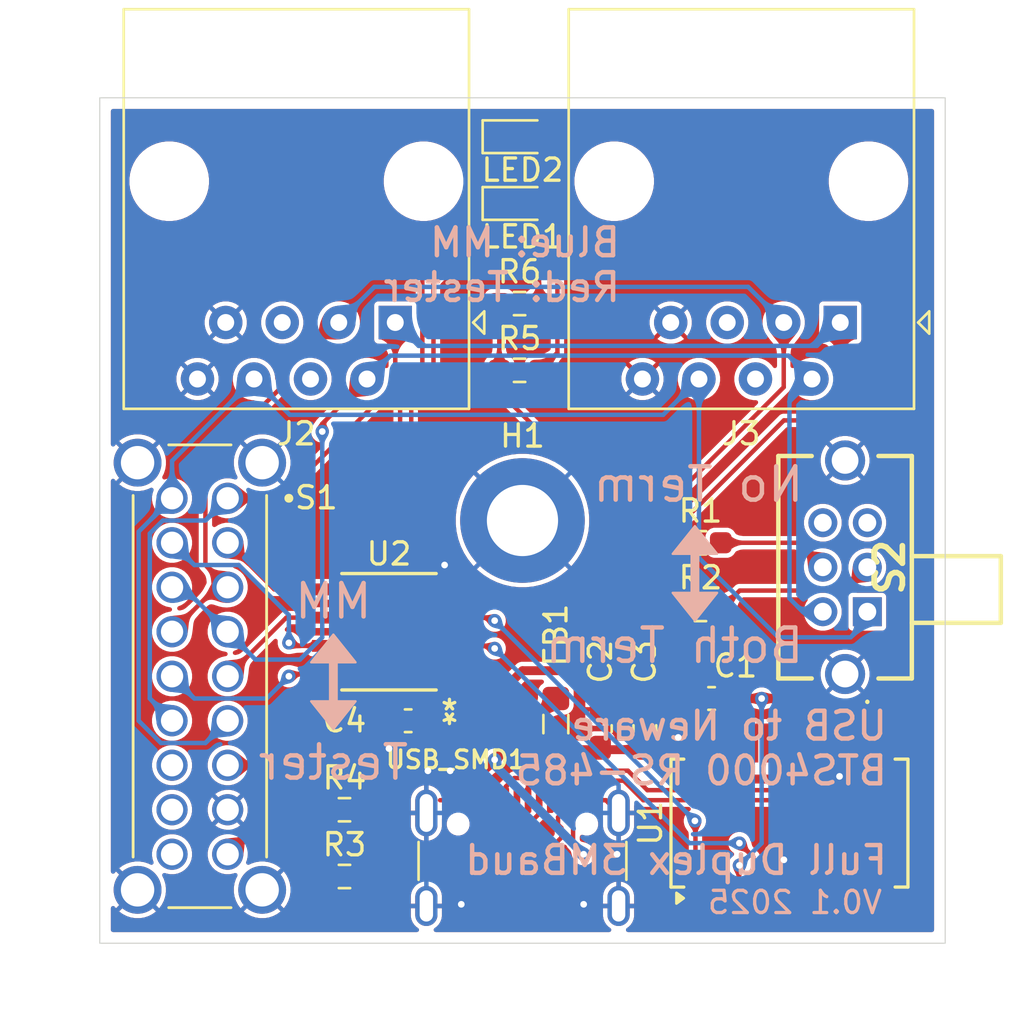
<source format=kicad_pcb>
(kicad_pcb (version 20241229) (generator "pcbnew") (generator_version "9.0")
  (layers (0 "F.Cu" signal) (2 "B.Cu" signal) (13 "F.Paste" user) (15 "B.Paste" user) (5 "F.SilkS" user "F.Silkscreen") (7 "B.SilkS" user "B.Silkscreen") (1 "F.Mask" user) (3 "B.Mask" user) (25 "Edge.Cuts" user))
  (net 0 "")
  (net 1 "5V")
  (net 21 "/VBUS")
  (net 22 "3.3V")
  (net 24 "/CC2")
  (net 25 "/CC1")
  (net 26 "GND")
  (net 27 "Net-(S2-COM_2)")
  (net 28 "Net-(S2-COM_1)")
  (net 29 "/TR_A")
  (net 30 "/TR_Y")
  (net 31 "/TR_Z")
  (net 32 "/TR_B")
  (net 33 "/DI")
  (net 34 "/RO")
  (net 37 "Net-(LED1-A)")
  (net 38 "Net-(LED2-A)")
  (net 39 "/RS485_T+")
  (net 40 "/RS485_R-")
  (net 41 "/RS485_R+")
  (net 42 "/RS485_T-")
  (net 43 "/USB_D+")
  (net 44 "/USB_D-")
  (net 45 "/RED_LED")
  (net 46 "/BLUE_LED")
  (footprint "Connector_RJ:RJ45_Amphenol_54602-x08_Horizontal" (layer "F.Cu") (at 171.2825 70.1 180)
    (property "Reference" "J3" (at 4.445 -5 0) (layer "F.SilkS"))
    (property "Value" "RJ45")
    (fp_line (start 12.205 -3.88) (end 12.205 14.08) (stroke (width 0.12)) (layer "F.SilkS"))
    (fp_line (start 12.205 -3.88) (end -3.315 -3.88) (stroke (width 0.12)) (layer "F.SilkS"))
    (fp_line (start -3.315 14.08) (end 12.205 14.08) (stroke (width 0.12)) (layer "F.SilkS"))
    (fp_line (start -3.315 -3.88) (end -3.315 14.08) (stroke (width 0.12)) (layer "F.SilkS"))
    (fp_line (start -3.5 0) (end -4 -0.5) (stroke (width 0.12)) (layer "F.SilkS"))
    (fp_line (start -4 0.5) (end -3.5 0) (stroke (width 0.12)) (layer "F.SilkS"))
    (fp_line (start -4 -0.5) (end -4 0.5) (stroke (width 0.12)) (layer "F.SilkS"))
    (pad "" np_thru_hole circle (at -1.27 6.35 180) (size 3.2 3.2) (drill 3.2) (layers "*.Cu" "*.Mask"))
    (pad "" np_thru_hole circle (at 10.16 6.35 180) (size 3.2 3.2) (drill 3.2) (layers "*.Cu" "*.Mask"))
    (pad "1" thru_hole rect (at 0 0 180) (size 1.5 1.5) (drill 0.76) (layers "*.Cu" "*.Mask") (net 39 "/RS485_T+"))
    (pad "2" thru_hole circle (at 1.27 -2.54 180) (size 1.5 1.5) (drill 0.76) (layers "*.Cu" "*.Mask") (net 42 "/RS485_T-"))
    (pad "3" thru_hole circle (at 2.54 0 180) (size 1.5 1.5) (drill 0.76) (layers "*.Cu" "*.Mask") (net 41 "/RS485_R+"))
    (pad "4" thru_hole circle (at 3.81 -2.54 180) (size 1.5 1.5) (drill 0.76) (layers "*.Cu" "*.Mask"))
    (pad "5" thru_hole circle (at 5.08 0 180) (size 1.5 1.5) (drill 0.76) (layers "*.Cu" "*.Mask"))
    (pad "6" thru_hole circle (at 6.35 -2.54 180) (size 1.5 1.5) (drill 0.76) (layers "*.Cu" "*.Mask") (net 40 "/RS485_R-"))
    (pad "7" thru_hole circle (at 7.62 0 180) (size 1.5 1.5) (drill 0.76) (layers "*.Cu" "*.Mask") (net 26 "GND"))
    (pad "8" thru_hole circle (at 8.89 -2.54 180) (size 1.5 1.5) (drill 0.76) (layers "*.Cu" "*.Mask") (net 26 "GND"))
  )
  (footprint "Resistor_SMD:R_0603_1608Metric_Pad0.98x0.95mm_HandSolder" (layer "F.Cu") (at 149 95)
    (property "Reference" "R3" (at 0 -1.43 0) (layer "F.SilkS"))
    (property "Value" "5100")
    (fp_line (start -0.254724 -0.5225) (end 0.254724 -0.5225) (stroke (width 0.12)) (layer "F.SilkS"))
    (fp_line (start -0.254724 0.5225) (end 0.254724 0.5225) (stroke (width 0.12)) (layer "F.SilkS"))
    (pad "1" smd roundrect (at -0.9125 0) (size 0.975 0.95) (layers "F.Cu" "F.Mask" "F.Paste") (net 26 "GND"))
    (pad "2" smd roundrect (at 0.9125 0) (size 0.975 0.95) (layers "F.Cu" "F.Mask" "F.Paste") (net 24 "/CC2"))
  )
  (footprint "Resistor_SMD:R_0603_1608Metric_Pad0.98x0.95mm_HandSolder" (layer "F.Cu") (at 156.87 69.25)
    (property "Reference" "R6" (at 0 -1.43 0) (layer "F.SilkS"))
    (property "Value" "270")
    (fp_line (start -0.254724 -0.5225) (end 0.254724 -0.5225) (stroke (width 0.12)) (layer "F.SilkS"))
    (fp_line (start -0.254724 0.5225) (end 0.254724 0.5225) (stroke (width 0.12)) (layer "F.SilkS"))
    (pad "1" smd roundrect (at -0.9125 0) (size 0.975 0.95) (layers "F.Cu" "F.Mask" "F.Paste") (net 22 "3.3V"))
    (pad "2" smd roundrect (at 0.9125 0) (size 0.975 0.95) (layers "F.Cu" "F.Mask" "F.Paste") (net 37 "Net-(LED1-A)"))
  )
  (footprint "Resistor_SMD:R_0603_1608Metric_Pad0.98x0.95mm_HandSolder" (layer "F.Cu") (at 165 80)
    (property "Reference" "R1" (at 0 -1.43 0) (layer "F.SilkS"))
    (property "Value" "120")
    (fp_line (start -0.254724 -0.5225) (end 0.254724 -0.5225) (stroke (width 0.12)) (layer "F.SilkS"))
    (fp_line (start -0.254724 0.5225) (end 0.254724 0.5225) (stroke (width 0.12)) (layer "F.SilkS"))
    (pad "1" smd roundrect (at -0.9125 0) (size 0.975 0.95) (layers "F.Cu" "F.Mask" "F.Paste") (net 39 "/RS485_T+"))
    (pad "2" smd roundrect (at 0.9125 0) (size 0.975 0.95) (layers "F.Cu" "F.Mask" "F.Paste") (net 27 "Net-(S2-COM_2)"))
  )
  (footprint "SP3077EEN_L:SOIC8_3P99X4P98" (layer "F.Cu") (at 151 84 180)
    (property "Reference" "U2" (at 0 3.5 0) (layer "F.SilkS"))
    (property "Value" "SP3077EEN-L")
    (fp_line (start 2.1209 -2.6162) (end -2.1209 -2.6162) (stroke (width 0.1524)) (layer "F.SilkS"))
    (fp_line (start -2.1209 2.6162) (end 2.1209 2.6162) (stroke (width 0.1524)) (layer "F.SilkS"))
    (fp_text user "*" (at -2.7178 -3.5814 180) (layer "F.SilkS"))
    (fp_text user "*" (at -2.7178 -3.5814 180) (layer "F.SilkS"))
    (pad "1" smd rect (at -2.4638 -1.905 180) (size 1.9812 0.5334) (layers "F.Cu" "F.Mask" "F.Paste") (net 22 "3.3V"))
    (pad "2" smd rect (at -2.4638 -0.635 180) (size 1.9812 0.5334) (layers "F.Cu" "F.Mask" "F.Paste") (net 34 "/RO"))
    (pad "3" smd rect (at -2.4638 0.635 180) (size 1.9812 0.5334) (layers "F.Cu" "F.Mask" "F.Paste") (net 33 "/DI"))
    (pad "4" smd rect (at -2.4638 1.905 180) (size 1.9812 0.5334) (layers "F.Cu" "F.Mask" "F.Paste") (net 26 "GND"))
    (pad "5" smd rect (at 2.4638 1.905 180) (size 1.9812 0.5334) (layers "F.Cu" "F.Mask" "F.Paste") (net 30 "/TR_Y"))
    (pad "6" smd rect (at 2.4638 0.635 180) (size 1.9812 0.5334) (layers "F.Cu" "F.Mask" "F.Paste") (net 31 "/TR_Z"))
    (pad "7" smd rect (at 2.4638 -0.635 180) (size 1.9812 0.5334) (layers "F.Cu" "F.Mask" "F.Paste") (net 32 "/TR_B"))
    (pad "8" smd rect (at 2.4638 -1.905 180) (size 1.9812 0.5334) (layers "F.Cu" "F.Mask" "F.Paste") (net 29 "/TR_A"))
  )
  (footprint "LED_SMD:LED_0603_1608Metric_Pad1.05x0.95mm_HandSolder" (layer "F.Cu") (at 156.87 64.75)
    (property "Reference" "LED1" (at 0.13 1.5 0) (layer "F.SilkS"))
    (property "Value" "RED_LED")
    (fp_line (start -1.66 -0.735) (end -1.66 0.735) (stroke (width 0.12)) (layer "F.SilkS"))
    (fp_line (start -1.66 0.735) (end 0.8 0.735) (stroke (width 0.12)) (layer "F.SilkS"))
    (fp_line (start 0.8 -0.735) (end -1.66 -0.735) (stroke (width 0.12)) (layer "F.SilkS"))
    (pad "1" smd roundrect (at -0.875 0) (size 1.05 0.95) (layers "F.Cu" "F.Mask" "F.Paste") (net 45 "/RED_LED"))
    (pad "2" smd roundrect (at 0.875 0) (size 1.05 0.95) (layers "F.Cu" "F.Mask" "F.Paste") (net 37 "Net-(LED1-A)"))
  )
  (footprint "EG6201:SW_EG6201" (layer "F.Cu") (at 142.5 86 -90)
    (property "Reference" "S1" (at -8.025 -5.235 180) (layer "F.SilkS"))
    (property "Value" "EG6201")
    (fp_line (start 8.125 3) (end -8.125 3) (stroke (width 0.127)) (layer "F.SilkS"))
    (fp_line (start -10.4 -1.4) (end -10.4 1.4) (stroke (width 0.127)) (layer "F.SilkS"))
    (fp_line (start 10.4 -1.4) (end 10.4 1.4) (stroke (width 0.127)) (layer "F.SilkS"))
    (fp_line (start -8.125 -3) (end 8.125 -3) (stroke (width 0.127)) (layer "F.SilkS"))
    (fp_circle (center -8 -4) (end -7.9 -4) (stroke (width 0.2)) (fill no) (layer "F.SilkS"))
    (pad "1" thru_hole circle (at -8 -1.25 270) (size 1.4 1.4) (drill 1) (layers "*.Cu" "*.Mask") (net 39 "/RS485_T+"))
    (pad "2" thru_hole circle (at -6 -1.25 270) (size 1.4 1.4) (drill 1) (layers "*.Cu" "*.Mask") (net 30 "/TR_Y"))
    (pad "3" thru_hole circle (at -4 -1.25 270) (size 1.4 1.4) (drill 1) (layers "*.Cu" "*.Mask") (net 41 "/RS485_R+"))
    (pad "4" thru_hole circle (at -2 -1.25 270) (size 1.4 1.4) (drill 1) (layers "*.Cu" "*.Mask") (net 42 "/RS485_T-"))
    (pad "5" thru_hole circle (at 0 -1.25 270) (size 1.4 1.4) (drill 1) (layers "*.Cu" "*.Mask") (net 31 "/TR_Z"))
    (pad "6" thru_hole circle (at 2 -1.25 270) (size 1.4 1.4) (drill 1) (layers "*.Cu" "*.Mask") (net 40 "/RS485_R-"))
    (pad "7" thru_hole circle (at 4 -1.25 270) (size 1.4 1.4) (drill 1) (layers "*.Cu" "*.Mask") (net 46 "/BLUE_LED"))
    (pad "8" thru_hole circle (at 6 -1.25 270) (size 1.4 1.4) (drill 1) (layers "*.Cu" "*.Mask") (net 26 "GND"))
    (pad "9" thru_hole circle (at 8 -1.25 270) (size 1.4 1.4) (drill 1) (layers "*.Cu" "*.Mask") (net 45 "/RED_LED"))
    (pad "10" thru_hole circle (at -8 1.25 270) (size 1.4 1.4) (drill 1) (layers "*.Cu" "*.Mask") (net 40 "/RS485_R-"))
    (pad "11" thru_hole circle (at -6 1.25 270) (size 1.4 1.4) (drill 1) (layers "*.Cu" "*.Mask") (net 32 "/TR_B"))
    (pad "12" thru_hole circle (at -4 1.25 270) (size 1.4 1.4) (drill 1) (layers "*.Cu" "*.Mask") (net 42 "/RS485_T-"))
    (pad "13" thru_hole circle (at -2 1.25 270) (size 1.4 1.4) (drill 1) (layers "*.Cu" "*.Mask") (net 41 "/RS485_R+"))
    (pad "14" thru_hole circle (at 0 1.25 270) (size 1.4 1.4) (drill 1) (layers "*.Cu" "*.Mask") (net 29 "/TR_A"))
    (pad "15" thru_hole circle (at 2 1.25 270) (size 1.4 1.4) (drill 1) (layers "*.Cu" "*.Mask") (net 39 "/RS485_T+"))
    (pad "16" thru_hole circle (at 4 1.25 270) (size 1.4 1.4) (drill 1) (layers "*.Cu" "*.Mask"))
    (pad "17" thru_hole circle (at 6 1.25 270) (size 1.4 1.4) (drill 1) (layers "*.Cu" "*.Mask"))
    (pad "18" thru_hole circle (at 8 1.25 270) (size 1.4 1.4) (drill 1) (layers "*.Cu" "*.Mask"))
    (pad "S1" thru_hole circle (at -9.6 -2.8 270) (size 2.15 2.15) (drill 1.5) (layers "*.Cu" "*.Mask") (net 26 "GND"))
    (pad "S2" thru_hole circle (at -9.6 2.8 270) (size 2.15 2.15) (drill 1.5) (layers "*.Cu" "*.Mask") (net 26 "GND"))
    (pad "S3" thru_hole circle (at 9.6 -2.8 270) (size 2.15 2.15) (drill 1.5) (layers "*.Cu" "*.Mask") (net 26 "GND"))
    (pad "S4" thru_hole circle (at 9.6 2.8 270) (size 2.15 2.15) (drill 1.5) (layers "*.Cu" "*.Mask") (net 26 "GND"))
  )
  (footprint "Capacitor_SMD:C_0603_1608Metric_Pad1.08x0.95mm_HandSolder" (layer "F.Cu") (at 162.5 88.35 90)
    (property "Reference" "C3" (at 3 -0.029717 90) (layer "F.SilkS"))
    (property "Value" "10nF")
    (fp_line (start -0.146267 -0.51) (end 0.146267 -0.51) (stroke (width 0.12)) (layer "F.SilkS"))
    (fp_line (start -0.146267 0.51) (end 0.146267 0.51) (stroke (width 0.12)) (layer "F.SilkS"))
    (pad "1" smd roundrect (at -0.8625 0 90) (size 1.075 0.95) (layers "F.Cu" "F.Mask" "F.Paste") (net 1 "5V"))
    (pad "2" smd roundrect (at 0.8625 0 90) (size 1.075 0.95) (layers "F.Cu" "F.Mask" "F.Paste") (net 26 "GND"))
  )
  (footprint "Connector_USB:USB_C_Receptacle_GCT_USB4105-xx-A_16P_TopMnt_Horizontal" (layer "F.Cu") (at 157 95.25)
    (property "Reference" "USB_SMD1" (at -3 -5.5 0) (layer "F.SilkS") (effects (font (size 0.8 0.8))))
    (property "Value" "USB_C_Receptacle_USB2.0_16P")
    (fp_line (start -4.67 -0.1) (end -4.67 -1.8) (stroke (width 0.12)) (layer "F.SilkS"))
    (fp_line (start 4.67 -0.1) (end 4.67 -1.8) (stroke (width 0.12)) (layer "F.SilkS"))
    (pad "" np_thru_hole circle (at -2.89 -2.605) (size 0.65 0.65) (drill 0.65) (layers "*.Cu" "*.Mask"))
    (pad "" np_thru_hole circle (at 2.89 -2.605) (size 0.65 0.65) (drill 0.65) (layers "*.Cu" "*.Mask"))
    (pad "A1" smd roundrect (at -3.2 -3.68) (size 0.6 1.15) (layers "F.Cu" "F.Mask" "F.Paste") (net 26 "GND"))
    (pad "A4" smd roundrect (at -2.4 -3.68) (size 0.6 1.15) (layers "F.Cu" "F.Mask" "F.Paste") (net 21 "/VBUS"))
    (pad "A5" smd roundrect (at -1.25 -3.68) (size 0.3 1.15) (layers "F.Cu" "F.Mask" "F.Paste") (net 25 "/CC1"))
    (pad "A6" smd roundrect (at -0.25 -3.68) (size 0.3 1.15) (layers "F.Cu" "F.Mask" "F.Paste") (net 43 "/USB_D+"))
    (pad "A7" smd roundrect (at 0.25 -3.68) (size 0.3 1.15) (layers "F.Cu" "F.Mask" "F.Paste") (net 44 "/USB_D-"))
    (pad "A8" smd roundrect (at 1.25 -3.68) (size 0.3 1.15) (layers "F.Cu" "F.Mask" "F.Paste"))
    (pad "A9" smd roundrect (at 2.4 -3.68) (size 0.6 1.15) (layers "F.Cu" "F.Mask" "F.Paste") (net 21 "/VBUS"))
    (pad "A12" smd roundrect (at 3.2 -3.68) (size 0.6 1.15) (layers "F.Cu" "F.Mask" "F.Paste") (net 26 "GND"))
    (pad "B1" smd roundrect (at 3.2 -3.68) (size 0.6 1.15) (layers "F.Cu" "F.Mask" "F.Paste") (net 26 "GND"))
    (pad "B4" smd roundrect (at 2.4 -3.68) (size 0.6 1.15) (layers "F.Cu" "F.Mask" "F.Paste") (net 21 "/VBUS"))
    (pad "B5" smd roundrect (at 1.75 -3.68) (size 0.3 1.15) (layers "F.Cu" "F.Mask" "F.Paste") (net 24 "/CC2"))
    (pad "B6" smd roundrect (at 0.75 -3.68) (size 0.3 1.15) (layers "F.Cu" "F.Mask" "F.Paste") (net 43 "/USB_D+"))
    (pad "B7" smd roundrect (at -0.75 -3.68) (size 0.3 1.15) (layers "F.Cu" "F.Mask" "F.Paste") (net 44 "/USB_D-"))
    (pad "B8" smd roundrect (at -1.75 -3.68) (size 0.3 1.15) (layers "F.Cu" "F.Mask" "F.Paste"))
    (pad "B9" smd roundrect (at -2.4 -3.68) (size 0.6 1.15) (layers "F.Cu" "F.Mask" "F.Paste") (net 21 "/VBUS"))
    (pad "B12" smd roundrect (at -3.2 -3.68) (size 0.6 1.15) (layers "F.Cu" "F.Mask" "F.Paste") (net 26 "GND"))
    (pad "S1" thru_hole oval (at -4.32 -3.105) (size 1 2.1) (drill oval 0.6 1.7) (property pad_prop_heatsink) (layers "*.Cu" "*.Mask" "F.Paste") (net 26 "GND"))
    (pad "S1" thru_hole oval (at -4.32 1.075) (size 1 1.8) (drill oval 0.6 1.4) (property pad_prop_heatsink) (layers "*.Cu" "*.Mask" "F.Paste") (net 26 "GND"))
    (pad "S1" thru_hole oval (at 4.32 -3.105) (size 1 2.1) (drill oval 0.6 1.7) (property pad_prop_heatsink) (layers "*.Cu" "*.Mask" "F.Paste") (net 26 "GND"))
    (pad "S1" thru_hole oval (at 4.32 1.075) (size 1 1.8) (drill oval 0.6 1.4) (property pad_prop_heatsink) (layers "*.Cu" "*.Mask" "F.Paste") (net 26 "GND"))
  )
  (footprint "Inductor_SMD:L_0805_2012Metric_Pad1.05x1.20mm_HandSolder" (layer "F.Cu") (at 158.5 88.15 90)
    (property "Reference" "FB1" (at 4 0 90) (layer "F.SilkS"))
    (property "Value" "FerriteBead")
    (fp_line (start -0.410242 -0.56) (end 0.410242 -0.56) (stroke (width 0.12)) (layer "F.SilkS"))
    (fp_line (start -0.410242 0.56) (end 0.410242 0.56) (stroke (width 0.12)) (layer "F.SilkS"))
    (pad "1" smd roundrect (at -1.15 0 90) (size 1.05 1.2) (layers "F.Cu" "F.Mask" "F.Paste") (roundrect_rratio 0.238095) (net 1 "5V"))
    (pad "2" smd roundrect (at 1.15 0 90) (size 1.05 1.2) (layers "F.Cu" "F.Mask" "F.Paste") (roundrect_rratio 0.238095) (net 21 "/VBUS"))
  )
  (footprint "Resistor_SMD:R_0603_1608Metric_Pad0.98x0.95mm_HandSolder" (layer "F.Cu") (at 156.87 72.25)
    (property "Reference" "R5" (at 0 -1.43 0) (layer "F.SilkS"))
    (property "Value" "100")
    (fp_line (start -0.254724 -0.5225) (end 0.254724 -0.5225) (stroke (width 0.12)) (layer "F.SilkS"))
    (fp_line (start -0.254724 0.5225) (end 0.254724 0.5225) (stroke (width 0.12)) (layer "F.SilkS"))
    (pad "1" smd roundrect (at -0.9125 0) (size 0.975 0.95) (layers "F.Cu" "F.Mask" "F.Paste") (net 22 "3.3V"))
    (pad "2" smd roundrect (at 0.9125 0) (size 0.975 0.95) (layers "F.Cu" "F.Mask" "F.Paste") (net 38 "Net-(LED2-A)"))
  )
  (footprint "EG2211:EG2211" (layer "F.Cu") (at 172.5 83.1 90)
    (property "Reference" "S2" (at 2 1 90) (layer "F.SilkS") (effects (font (size 1.27 1.27) (thickness 0.254))))
    (property "Value" "EG2211" (hide yes))
    (fp_line (start 7 -4) (end 7 -2.5) (stroke (width 0.2)) (layer "F.SilkS"))
    (fp_line (start -3 -4) (end 7 -4) (stroke (width 0.2)) (layer "F.SilkS"))
    (fp_line (start -3 -2.5) (end -3 -4) (stroke (width 0.2)) (layer "F.SilkS"))
    (fp_line (start -4 0) (end -4 0) (stroke (width 0.1)) (layer "F.SilkS"))
    (fp_line (start -4.1 0) (end -4.1 0) (stroke (width 0.1)) (layer "F.SilkS"))
    (fp_line (start -3 0.5) (end -3 2) (stroke (width 0.2)) (layer "F.SilkS"))
    (fp_line (start 7 2) (end 7 0.5) (stroke (width 0.2)) (layer "F.SilkS"))
    (fp_line (start -0.5 2) (end -0.5 6) (stroke (width 0.2)) (layer "F.SilkS"))
    (fp_line (start -3 2) (end 7 2) (stroke (width 0.2)) (layer "F.SilkS"))
    (fp_line (start 2.5 6) (end 2.5 2) (stroke (width 0.2)) (layer "F.SilkS"))
    (fp_line (start -0.5 6) (end 2.5 6) (stroke (width 0.2)) (layer "F.SilkS"))
    (fp_arc (start -4 0) (mid -4.05 0.05) (end -4.1 0) (stroke (width 0.1)) (layer "F.SilkS"))
    (fp_arc (start -4.1 0) (mid -4.05 -0.05) (end -4 0) (stroke (width 0.1)) (layer "F.SilkS"))
    (pad "1" thru_hole rect (at 0 0 90) (size 1.3 1.3) (drill 0.8) (layers "*.Cu" "*.Mask") (net 40 "/RS485_R-"))
    (pad "2" thru_hole circle (at 2 0 90) (size 1.3 1.3) (drill 0.8) (layers "*.Cu" "*.Mask") (net 28 "Net-(S2-COM_1)"))
    (pad "3" thru_hole circle (at 4 0 90) (size 1.3 1.3) (drill 0.8) (layers "*.Cu" "*.Mask"))
    (pad "4" thru_hole circle (at 0 -2 90) (size 1.3 1.3) (drill 0.8) (layers "*.Cu" "*.Mask") (net 42 "/RS485_T-"))
    (pad "5" thru_hole circle (at 2 -2 90) (size 1.3 1.3) (drill 0.8) (layers "*.Cu" "*.Mask") (net 27 "Net-(S2-COM_2)"))
    (pad "6" thru_hole circle (at 4 -2 90) (size 1.3 1.3) (drill 0.8) (layers "*.Cu" "*.Mask"))
    (pad "MH1" thru_hole circle (at -2.8 -1 90) (size 1.8 1.8) (drill 1.2) (layers "*.Cu" "*.Mask") (net 26 "GND"))
    (pad "MH2" thru_hole circle (at 6.8 -1 90) (size 1.8 1.8) (drill 1.2) (layers "*.Cu" "*.Mask") (net 26 "GND"))
  )
  (footprint "Connector_RJ:RJ45_Amphenol_54602-x08_Horizontal" (layer "F.Cu") (at 151.2825 70.1 180)
    (property "Reference" "J2" (at 4.445 -5 0) (layer "F.SilkS"))
    (property "Value" "RJ45")
    (fp_line (start 12.205 -3.88) (end 12.205 14.08) (stroke (width 0.12)) (layer "F.SilkS"))
    (fp_line (start 12.205 -3.88) (end -3.315 -3.88) (stroke (width 0.12)) (layer "F.SilkS"))
    (fp_line (start -3.315 14.08) (end 12.205 14.08) (stroke (width 0.12)) (layer "F.SilkS"))
    (fp_line (start -3.315 -3.88) (end -3.315 14.08) (stroke (width 0.12)) (layer "F.SilkS"))
    (fp_line (start -3.5 0) (end -4 -0.5) (stroke (width 0.12)) (layer "F.SilkS"))
    (fp_line (start -4 0.5) (end -3.5 0) (stroke (width 0.12)) (layer "F.SilkS"))
    (fp_line (start -4 -0.5) (end -4 0.5) (stroke (width 0.12)) (layer "F.SilkS"))
    (pad "" np_thru_hole circle (at -1.27 6.35 180) (size 3.2 3.2) (drill 3.2) (layers "*.Cu" "*.Mask"))
    (pad "" np_thru_hole circle (at 10.16 6.35 180) (size 3.2 3.2) (drill 3.2) (layers "*.Cu" "*.Mask"))
    (pad "1" thru_hole rect (at 0 0 180) (size 1.5 1.5) (drill 0.76) (layers "*.Cu" "*.Mask") (net 39 "/RS485_T+"))
    (pad "2" thru_hole circle (at 1.27 -2.54 180) (size 1.5 1.5) (drill 0.76) (layers "*.Cu" "*.Mask") (net 42 "/RS485_T-"))
    (pad "3" thru_hole circle (at 2.54 0 180) (size 1.5 1.5) (drill 0.76) (layers "*.Cu" "*.Mask") (net 41 "/RS485_R+"))
    (pad "4" thru_hole circle (at 3.81 -2.54 180) (size 1.5 1.5) (drill 0.76) (layers "*.Cu" "*.Mask"))
    (pad "5" thru_hole circle (at 5.08 0 180) (size 1.5 1.5) (drill 0.76) (layers "*.Cu" "*.Mask"))
    (pad "6" thru_hole circle (at 6.35 -2.54 180) (size 1.5 1.5) (drill 0.76) (layers "*.Cu" "*.Mask") (net 40 "/RS485_R-"))
    (pad "7" thru_hole circle (at 7.62 0 180) (size 1.5 1.5) (drill 0.76) (layers "*.Cu" "*.Mask") (net 26 "GND"))
    (pad "8" thru_hole circle (at 8.89 -2.54 180) (size 1.5 1.5) (drill 0.76) (layers "*.Cu" "*.Mask") (net 26 "GND"))
  )
  (footprint "Resistor_SMD:R_0603_1608Metric_Pad0.98x0.95mm_HandSolder" (layer "F.Cu") (at 165 83)
    (property "Reference" "R2" (at 0 -1.43 0) (layer "F.SilkS"))
    (property "Value" "120")
    (fp_line (start -0.254724 -0.5225) (end 0.254724 -0.5225) (stroke (width 0.12)) (layer "F.SilkS"))
    (fp_line (start -0.254724 0.5225) (end 0.254724 0.5225) (stroke (width 0.12)) (layer "F.SilkS"))
    (pad "1" smd roundrect (at -0.9125 0) (size 0.975 0.95) (layers "F.Cu" "F.Mask" "F.Paste") (net 41 "/RS485_R+"))
    (pad "2" smd roundrect (at 0.9125 0) (size 0.975 0.95) (layers "F.Cu" "F.Mask" "F.Paste") (net 28 "Net-(S2-COM_1)"))
  )
  (footprint "LED_SMD:LED_0603_1608Metric_Pad1.05x0.95mm_HandSolder" (layer "F.Cu") (at 156.87 61.75)
    (property "Reference" "LED2" (at 0.13 1.5 0) (layer "F.SilkS"))
    (property "Value" "BLUE_LED")
    (fp_line (start -1.66 -0.735) (end -1.66 0.735) (stroke (width 0.12)) (layer "F.SilkS"))
    (fp_line (start -1.66 0.735) (end 0.8 0.735) (stroke (width 0.12)) (layer "F.SilkS"))
    (fp_line (start 0.8 -0.735) (end -1.66 -0.735) (stroke (width 0.12)) (layer "F.SilkS"))
    (pad "1" smd roundrect (at -0.875 0) (size 1.05 0.95) (layers "F.Cu" "F.Mask" "F.Paste") (net 46 "/BLUE_LED"))
    (pad "2" smd roundrect (at 0.875 0) (size 1.05 0.95) (layers "F.Cu" "F.Mask" "F.Paste") (net 38 "Net-(LED2-A)"))
  )
  (footprint "Package_SO:SSOP-28_5.3x10.2mm_P0.65mm" (layer "F.Cu") (at 169 92.6 90)
    (property "Reference" "U1" (at 0 -6.25 90) (layer "F.SilkS"))
    (property "Value" "FT232RNL")
    (fp_line (start 2.875 -5.325) (end 2.875 -4.75) (stroke (width 0.15)) (layer "F.SilkS"))
    (fp_line (start -2.875 -5.325) (end 2.875 -5.325) (stroke (width 0.15)) (layer "F.SilkS"))
    (fp_line (start -2.875 -5.325) (end -2.875 -4.75) (stroke (width 0.15)) (layer "F.SilkS"))
    (fp_line (start 2.875 4.75) (end 2.875 5.325) (stroke (width 0.15)) (layer "F.SilkS"))
    (fp_line (start -2.875 4.75) (end -2.875 5.325) (stroke (width 0.15)) (layer "F.SilkS"))
    (fp_line (start -2.875 5.325) (end 2.875 5.325) (stroke (width 0.15)) (layer "F.SilkS"))
    (fp_poly (pts (xy -3.375 -4.75) (xy -3.615 -5.08) (xy -3.135 -5.08) (xy -3.375 -4.75)) (stroke (width 0.12)) (fill yes) (layer "F.SilkS"))
    (pad "1" smd rect (at -3.6 -4.225 90) (size 1.75 0.45) (layers "F.Cu" "F.Mask" "F.Paste") (net 33 "/DI"))
    (pad "2" smd rect (at -3.6 -3.575 90) (size 1.75 0.45) (layers "F.Cu" "F.Mask" "F.Paste"))
    (pad "3" smd rect (at -3.6 -2.925 90) (size 1.75 0.45) (layers "F.Cu" "F.Mask" "F.Paste"))
    (pad "4" smd rect (at -3.6 -2.275 90) (size 1.75 0.45) (layers "F.Cu" "F.Mask" "F.Paste") (net 22 "3.3V"))
    (pad "5" smd rect (at -3.6 -1.625 90) (size 1.75 0.45) (layers "F.Cu" "F.Mask" "F.Paste") (net 34 "/RO"))
    (pad "6" smd rect (at -3.6 -0.975 90) (size 1.75 0.45) (layers "F.Cu" "F.Mask" "F.Paste"))
    (pad "7" smd rect (at -3.6 -0.325 90) (size 1.75 0.45) (layers "F.Cu" "F.Mask" "F.Paste") (net 26 "GND"))
    (pad "8" smd rect (at -3.6 0.325 90) (size 1.75 0.45) (layers "F.Cu" "F.Mask" "F.Paste"))
    (pad "9" smd rect (at -3.6 0.975 90) (size 1.75 0.45) (layers "F.Cu" "F.Mask" "F.Paste"))
    (pad "10" smd rect (at -3.6 1.625 90) (size 1.75 0.45) (layers "F.Cu" "F.Mask" "F.Paste"))
    (pad "11" smd rect (at -3.6 2.275 90) (size 1.75 0.45) (layers "F.Cu" "F.Mask" "F.Paste"))
    (pad "12" smd rect (at -3.6 2.925 90) (size 1.75 0.45) (layers "F.Cu" "F.Mask" "F.Paste"))
    (pad "13" smd rect (at -3.6 3.575 90) (size 1.75 0.45) (layers "F.Cu" "F.Mask" "F.Paste"))
    (pad "14" smd rect (at -3.6 4.225 90) (size 1.75 0.45) (layers "F.Cu" "F.Mask" "F.Paste"))
    (pad "15" smd rect (at 3.6 4.225 90) (size 1.75 0.45) (layers "F.Cu" "F.Mask" "F.Paste") (net 43 "/USB_D+"))
    (pad "16" smd rect (at 3.6 3.575 90) (size 1.75 0.45) (layers "F.Cu" "F.Mask" "F.Paste") (net 44 "/USB_D-"))
    (pad "17" smd rect (at 3.6 2.925 90) (size 1.75 0.45) (layers "F.Cu" "F.Mask" "F.Paste") (net 22 "3.3V"))
    (pad "18" smd rect (at 3.6 2.275 90) (size 1.75 0.45) (layers "F.Cu" "F.Mask" "F.Paste") (net 26 "GND"))
    (pad "19" smd rect (at 3.6 1.625 90) (size 1.75 0.45) (layers "F.Cu" "F.Mask" "F.Paste"))
    (pad "20" smd rect (at 3.6 0.975 90) (size 1.75 0.45) (layers "F.Cu" "F.Mask" "F.Paste") (net 1 "5V"))
    (pad "21" smd rect (at 3.6 0.325 90) (size 1.75 0.45) (layers "F.Cu" "F.Mask" "F.Paste") (net 26 "GND"))
    (pad "22" smd rect (at 3.6 -0.325 90) (size 1.75 0.45) (layers "F.Cu" "F.Mask" "F.Paste"))
    (pad "23" smd rect (at 3.6 -0.975 90) (size 1.75 0.45) (layers "F.Cu" "F.Mask" "F.Paste"))
    (pad "24" smd rect (at 3.6 -1.625 90) (size 1.75 0.45) (layers "F.Cu" "F.Mask" "F.Paste"))
    (pad "25" smd rect (at 3.6 -2.275 90) (size 1.75 0.45) (layers "F.Cu" "F.Mask" "F.Paste") (net 26 "GND"))
    (pad "26" smd rect (at 3.6 -2.925 90) (size 1.75 0.45) (layers "F.Cu" "F.Mask" "F.Paste") (net 26 "GND"))
    (pad "27" smd rect (at 3.6 -3.575 90) (size 1.75 0.45) (layers "F.Cu" "F.Mask" "F.Paste"))
    (pad "28" smd rect (at 3.6 -4.225 90) (size 1.75 0.45) (layers "F.Cu" "F.Mask" "F.Paste"))
  )
  (footprint "MountingHole:MountingHole_3.2mm_M3_DIN965_Pad" (layer "F.Cu") (at 157 79)
    (property "Reference" "H1" (at 0 -3.8 0) (layer "F.SilkS"))
    (property "Value" "MountingHole_Pad")
    (pad "1" thru_hole circle (at 0 0) (size 5.6 5.6) (drill 3.2) (layers "*.Cu" "*.Mask") (net 26 "GND"))
  )
  (footprint "Capacitor_SMD:C_0603_1608Metric_Pad1.08x0.95mm_HandSolder" (layer "F.Cu") (at 151.8625 88 180)
    (property "Reference" "C4" (at 2.8625 0 0) (layer "F.SilkS"))
    (property "Value" "100nF")
    (fp_line (start -0.146267 0.51) (end 0.146267 0.51) (stroke (width 0.12)) (layer "F.SilkS"))
    (fp_line (start -0.146267 -0.51) (end 0.146267 -0.51) (stroke (width 0.12)) (layer "F.SilkS"))
    (pad "1" smd roundrect (at -0.8625 0 180) (size 1.075 0.95) (layers "F.Cu" "F.Mask" "F.Paste") (net 22 "3.3V"))
    (pad "2" smd roundrect (at 0.8625 0 180) (size 1.075 0.95) (layers "F.Cu" "F.Mask" "F.Paste") (net 26 "GND"))
  )
  (footprint "Capacitor_SMD:C_0603_1608Metric_Pad1.08x0.95mm_HandSolder" (layer "F.Cu") (at 160.5 88.35 90)
    (property "Reference" "C2" (at 3 0 90) (layer "F.SilkS"))
    (property "Value" "4.7uF")
    (fp_line (start -0.146267 -0.51) (end 0.146267 -0.51) (stroke (width 0.12)) (layer "F.SilkS"))
    (fp_line (start -0.146267 0.51) (end 0.146267 0.51) (stroke (width 0.12)) (layer "F.SilkS"))
    (pad "1" smd roundrect (at -0.8625 0 90) (size 1.075 0.95) (layers "F.Cu" "F.Mask" "F.Paste") (net 1 "5V"))
    (pad "2" smd roundrect (at 0.8625 0 90) (size 1.075 0.95) (layers "F.Cu" "F.Mask" "F.Paste") (net 26 "GND"))
  )
  (footprint "Resistor_SMD:R_0603_1608Metric_Pad0.98x0.95mm_HandSolder" (layer "F.Cu") (at 149 92)
    (property "Reference" "R4" (at 0 -1.43 0) (layer "F.SilkS"))
    (property "Value" "5100")
    (fp_line (start -0.254724 -0.5225) (end 0.254724 -0.5225) (stroke (width 0.12)) (layer "F.SilkS"))
    (fp_line (start -0.254724 0.5225) (end 0.254724 0.5225) (stroke (width 0.12)) (layer "F.SilkS"))
    (pad "1" smd roundrect (at -0.9125 0) (size 0.975 0.95) (layers "F.Cu" "F.Mask" "F.Paste") (net 26 "GND"))
    (pad "2" smd roundrect (at 0.9125 0) (size 0.975 0.95) (layers "F.Cu" "F.Mask" "F.Paste") (net 25 "/CC1"))
  )
  (footprint "Capacitor_SMD:C_0603_1608Metric_Pad1.08x0.95mm_HandSolder" (layer "F.Cu") (at 165.5 87 180)
    (property "Reference" "C1" (at 0.003699 1.466878 0) (layer "F.SilkS") (effects (justify left)))
    (property "Value" "100nF")
    (fp_line (start -0.146267 0.51) (end 0.146267 0.51) (stroke (width 0.12)) (layer "F.SilkS"))
    (fp_line (start -0.146267 -0.51) (end 0.146267 -0.51) (stroke (width 0.12)) (layer "F.SilkS"))
    (pad "1" smd roundrect (at -0.8625 0 180) (size 1.075 0.95) (layers "F.Cu" "F.Mask" "F.Paste") (net 22 "3.3V"))
    (pad "2" smd roundrect (at 0.8625 0 180) (size 1.075 0.95) (layers "F.Cu" "F.Mask" "F.Paste") (net 26 "GND"))
  )
  (gr_poly (pts (xy 149.5 85.375) (xy 148.5 84.125) (xy 147.5 85.375)) (stroke (width 0.1)) (fill yes) (layer "B.SilkS"))
  (gr_poly (pts (xy 163.75 82.25) (xy 164.75 83.5) (xy 165.75 82.25)) (stroke (width 0.1)) (fill yes) (layer "B.SilkS"))
  (gr_line (start 148.5 87.5) (end 148.5 85) (stroke (width 0.4)) (layer "B.SilkS"))
  (gr_poly (pts (xy 147.5 87.125) (xy 148.5 88.375) (xy 149.5 87.125)) (stroke (width 0.1)) (fill yes) (layer "B.SilkS"))
  (gr_poly (pts (xy 165.75 80.5) (xy 164.75 79.25) (xy 163.75 80.5)) (stroke (width 0.1)) (fill yes) (layer "B.SilkS"))
  (gr_line (start 164.75 82.625) (end 164.75 80.125) (stroke (width 0.4)) (layer "B.SilkS"))
  (gr_rect (start 138 60) (end 176 98) (stroke (width 0.05)) (fill no) (layer "Edge.Cuts"))
  (gr_text "MM\n\n\nTester" (at 148.5 90.75 0) (layer "B.SilkS") (effects (font (size 1.5 1.5) (thickness 0.2) (bold yes)) (justify bottom mirror)))
  (gr_text "V0.1 2025" (at 173.25 96.75 0) (layer "B.SilkS") (effects (font (size 1 1)) (justify left bottom mirror)))
  (gr_text "USB to Neware\nBTS4000 RS-485\n\nFull Duplex 3MBaud" (at 173.5 95 0) (layer "B.SilkS") (effects (font (size 1.25 1.25) (thickness 0.2) (bold yes)) (justify left bottom mirror)))
  (gr_text "No Term\n\n\nBoth Term" (at 169.75 85.5 0) (layer "B.SilkS") (effects (font (size 1.5 1.5) (thickness 0.2) (bold yes)) (justify left bottom mirror)))
  (gr_text "Blue: MM\nRed: Tester" (at 161.5 69.25 0) (layer "B.SilkS") (effects (font (size 1.25 1.25) (thickness 0.2) (bold yes)) (justify left bottom mirror)))
  (segment (start 163.87 90.62) (end 162.55 89.3) (width 0.4) (layer "F.Cu") (net 1))
  (segment (start 162.55 89.3) (end 158.5 89.3) (width 0.4) (layer "F.Cu") (net 1))
  (segment (start 169.88 90.62) (end 163.87 90.62) (width 0.4) (layer "F.Cu") (net 1))
  (segment (start 169.975 89) (end 169.975 90.525) (width 0.4) (layer "F.Cu") (net 1))
  (segment (start 169.975 90.525) (end 169.88 90.62) (width 0.4) (layer "F.Cu") (net 1))
  (segment (start 159.4 91.57) (end 159.274 91.696) (width 0.2) (layer "F.Cu") (net 21))
  (segment (start 154.6 90.9) (end 155.75 89.75) (width 0.4) (layer "F.Cu") (net 21))
  (segment (start 159.274 91.696) (end 159.274 93.524) (width 0.2) (layer "F.Cu") (net 21))
  (segment (start 159.274 93.524) (end 159.75 94) (width 0.2) (layer "F.Cu") (net 21))
  (segment (start 154.6 91.57) (end 154.6 90.9) (width 0.4) (layer "F.Cu") (net 21))
  (segment (start 159.75 94) (end 159.625 93.875) (width 0.2) (layer "F.Cu") (net 21))
  (segment (start 155.75 89.75) (end 158.5 87) (width 0.4) (layer "F.Cu") (net 21))
  (via (at 159.75 94) (size 0.6) (drill 0.3) (layers "F.Cu" "B.Cu") (net 21))
  (via (at 155.75 89.75) (size 0.6) (drill 0.3) (layers "F.Cu" "B.Cu") (net 21))
  (segment (start 155.75 90) (end 155.75 89.75) (width 0.4) (layer "B.Cu") (net 21))
  (segment (start 159.75 94) (end 155.75 90) (width 0.4) (layer "B.Cu") (net 21))
  (segment (start 165.1125 85.75) (end 166.3625 87) (width 0.4) (layer "F.Cu") (net 22))
  (segment (start 167.75 87) (end 166.3625 87) (width 0.4) (layer "F.Cu") (net 22))
  (segment (start 152.725 86.6438) (end 153.4638 85.905) (width 0.4) (layer "F.Cu") (net 22))
  (segment (start 152.725 88) (end 152.725 86.6438) (width 0.4) (layer "F.Cu") (net 22))
  (segment (start 161.25 85.75) (end 165.1125 85.75) (width 0.4) (layer "F.Cu") (net 22))
  (segment (start 154.75 88) (end 157 85.75) (width 0.4) (layer "F.Cu") (net 22))
  (segment (start 161.25 78.5) (end 155.9575 73.2075) (width 0.2) (layer "F.Cu") (net 22))
  (segment (start 168.5 87) (end 167.75 87) (width 0.4) (layer "F.Cu") (net 22))
  (segment (start 152.725 88) (end 154.75 88) (width 0.4) (layer "F.Cu") (net 22))
  (segment (start 166.725 94.525) (end 166.75 94.5) (width 0.2) (layer "F.Cu") (net 22))
  (segment (start 157 85.75) (end 161.25 85.75) (width 0.4) (layer "F.Cu") (net 22))
  (segment (start 155.9575 73.2075) (end 155.9575 72.25) (width 0.2) (layer "F.Cu") (net 22))
  (segment (start 166.725 96.2) (end 166.725 94.525) (width 0.2) (layer "F.Cu") (net 22))
  (segment (start 155.9575 72.25) (end 155.9575 69.25) (width 0.2) (layer "F.Cu") (net 22))
  (segment (start 168.75 87.25) (end 168.5 87) (width 0.4) (layer "F.Cu") (net 22))
  (segment (start 171.925 89) (end 171.925 87.725) (width 0.4) (layer "F.Cu") (net 22))
  (segment (start 171.925 87.725) (end 171.45 87.25) (width 0.4) (layer "F.Cu") (net 22))
  (segment (start 161.25 78.5) (end 161.25 85.75) (width 0.2) (layer "F.Cu") (net 22))
  (segment (start 171.45 87.25) (end 168.75 87.25) (width 0.4) (layer "F.Cu") (net 22))
  (via (at 166.75 94.5) (size 0.6) (drill 0.3) (layers "F.Cu" "B.Cu") (net 22))
  (via (at 167.75 87) (size 0.6) (drill 0.3) (layers "F.Cu" "B.Cu") (net 22))
  (segment (start 167.75 93.5) (end 167.75 87) (width 0.2) (layer "B.Cu") (net 22))
  (segment (start 166.75 94.5) (end 167.75 93.5) (width 0.2) (layer "B.Cu") (net 22))
  (segment (start 158.6 92.665686) (end 158.6 92.334314) (width 0.2) (layer "F.Cu") (net 24))
  (segment (start 158.75 92.184314) (end 158.75 91.57) (width 0.2) (layer "F.Cu") (net 24))
  (segment (start 157 95) (end 158.75 93.25) (width 0.2) (layer "F.Cu") (net 24))
  (segment (start 158.6 92.334314) (end 158.75 92.184314) (width 0.2) (layer "F.Cu") (net 24))
  (segment (start 149.9125 95) (end 157 95) (width 0.2) (layer "F.Cu") (net 24))
  (segment (start 158.75 93.25) (end 158.75 92.815686) (width 0.2) (layer "F.Cu") (net 24))
  (segment (start 158.75 92.815686) (end 158.6 92.665686) (width 0.2) (layer "F.Cu") (net 24))
  (segment (start 155 94) (end 155.75 93.25) (width 0.2) (layer "F.Cu") (net 25))
  (segment (start 152 94) (end 155 94) (width 0.2) (layer "F.Cu") (net 25))
  (segment (start 155.75 93.25) (end 155.75 91.57) (width 0.2) (layer "F.Cu") (net 25))
  (segment (start 149.9125 92) (end 151.9125 94) (width 0.2) (layer "F.Cu") (net 25))
  (segment (start 160.745 91.57) (end 161.32 92.145) (width 0.2) (layer "F.Cu") (net 26))
  (segment (start 160.2 91.57) (end 160.745 91.57) (width 0.2) (layer "F.Cu") (net 26))
  (via (at 159.75 96.25) (size 0.6) (drill 0.3) (layers "F.Cu" "B.Cu") (net 26))
  (via (at 153.75 90.25) (size 0.6) (drill 0.3) (layers "F.Cu" "B.Cu") (net 26))
  (via (at 153.5 81) (size 0.6) (drill 0.3) (layers "F.Cu" "B.Cu") (net 26))
  (via (at 171.25 90.5) (size 0.6) (drill 0.3) (layers "F.Cu" "B.Cu") (net 26))
  (via (at 151 89.25) (size 0.6) (drill 0.3) (layers "F.Cu" "B.Cu") (net 26))
  (via (at 161.25 94) (size 0.6) (drill 0.3) (layers "F.Cu" "B.Cu") (net 26))
  (via (at 164 88.75) (size 0.6) (drill 0.3) (layers "F.Cu" "B.Cu") (net 26))
  (via (at 154.25 96.25) (size 0.6) (drill 0.3) (layers "F.Cu" "B.Cu") (net 26))
  (via (at 168.75 94.25) (size 0.6) (drill 0.3) (layers "F.Cu" "B.Cu") (net 26))
  (via (at 152.75 90.25) (size 0.6) (drill 0.3) (layers "F.Cu" "B.Cu") (net 26))
  (segment (start 165.9125 80) (end 169.4 80) (width 0.2) (layer "F.Cu") (net 27))
  (segment (start 169.4 80) (end 170.5 81.1) (width 0.2) (layer "F.Cu") (net 27))
  (segment (start 166.7635 82.149) (end 171.451 82.149) (width 0.2) (layer "F.Cu") (net 28))
  (segment (start 165.9125 83) (end 166.7635 82.149) (width 0.2) (layer "F.Cu") (net 28))
  (segment (start 171.451 82.149) (end 172.5 81.1) (width 0.2) (layer "F.Cu") (net 28))
  (segment (start 146.595 85.905) (end 148.5362 85.905) (width 0.2) (layer "F.Cu") (net 29))
  (segment (start 146.5 86) (end 146.595 85.905) (width 0.2) (layer "F.Cu") (net 29))
  (via (at 146.5 86) (size 0.6) (drill 0.3) (layers "F.Cu" "B.Cu") (net 29))
  (segment (start 142.25 87) (end 145.5 87) (width 0.2) (layer "B.Cu") (net 29))
  (segment (start 145.5 87) (end 146.5 86) (width 0.2) (layer "B.Cu") (net 29))
  (segment (start 141.25 86) (end 142.25 87) (width 0.2) (layer "B.Cu") (net 29))
  (segment (start 143.75 80) (end 145.845 82.095) (width 0.2) (layer "F.Cu") (net 30))
  (segment (start 145.845 82.095) (end 148.5362 82.095) (width 0.2) (layer "F.Cu") (net 30))
  (segment (start 143.75 86) (end 146.385 83.365) (width 0.2) (layer "F.Cu") (net 31))
  (segment (start 146.385 83.365) (end 148.5362 83.365) (width 0.2) (layer "F.Cu") (net 31))
  (segment (start 146.635 84.635) (end 148.5362 84.635) (width 0.2) (layer "F.Cu") (net 32))
  (segment (start 146.5 84.5) (end 146.635 84.635) (width 0.2) (layer "F.Cu") (net 32))
  (via (at 146.5 84.5) (size 0.6) (drill 0.3) (layers "F.Cu" "B.Cu") (net 32))
  (segment (start 144.25 81) (end 146.5 83.25) (width 0.2) (layer "B.Cu") (net 32))
  (segment (start 142.25 81) (end 144.25 81) (width 0.2) (layer "B.Cu") (net 32))
  (segment (start 141.25 80) (end 142.25 81) (width 0.2) (layer "B.Cu") (net 32))
  (segment (start 146.5 83.25) (end 146.5 84.5) (width 0.2) (layer "B.Cu") (net 32))
  (segment (start 164.775 96.2) (end 164.775 92.525) (width 0.2) (layer "F.Cu") (net 33))
  (segment (start 164.775 92.525) (end 164.75 92.5) (width 0.2) (layer "F.Cu") (net 33))
  (segment (start 155.615 83.365) (end 153.4638 83.365) (width 0.2) (layer "F.Cu") (net 33))
  (segment (start 155.75 83.5) (end 155.615 83.365) (width 0.2) (layer "F.Cu") (net 33))
  (via (at 155.75 83.5) (size 0.6) (drill 0.3) (layers "F.Cu" "B.Cu") (net 33))
  (via (at 164.75 92.5) (size 0.6) (drill 0.3) (layers "F.Cu" "B.Cu") (net 33))
  (segment (start 164.75 92.5) (end 155.75 83.5) (width 0.2) (layer "B.Cu") (net 33))
  (segment (start 167.375 96.2) (end 167.375 94.125) (width 0.2) (layer "F.Cu") (net 34))
  (segment (start 167.375 94.125) (end 166.75 93.5) (width 0.2) (layer "F.Cu") (net 34))
  (segment (start 155.635 84.635) (end 153.4638 84.635) (width 0.2) (layer "F.Cu") (net 34))
  (segment (start 155.75 84.75) (end 155.635 84.635) (width 0.2) (layer "F.Cu") (net 34))
  (via (at 155.75 84.75) (size 0.6) (drill 0.3) (layers "F.Cu" "B.Cu") (net 34))
  (via (at 166.75 93.5) (size 0.6) (drill 0.3) (layers "F.Cu" "B.Cu") (net 34))
  (segment (start 164.5 93.5) (end 155.75 84.75) (width 0.2) (layer "B.Cu") (net 34))
  (segment (start 166.75 93.5) (end 164.5 93.5) (width 0.2) (layer "B.Cu") (net 34))
  (segment (start 157.75 69.25) (end 157.745 69.245) (width 0.2) (layer "F.Cu") (net 37))
  (segment (start 157.745 69.245) (end 157.745 64.75) (width 0.2) (layer "F.Cu") (net 37))
  (segment (start 158.571 71.4615) (end 158.571 62.576) (width 0.2) (layer "F.Cu") (net 38))
  (segment (start 158.571 62.576) (end 157.745 61.75) (width 0.2) (layer "F.Cu") (net 38))
  (segment (start 157.7825 72.25) (end 158.571 71.4615) (width 0.2) (layer "F.Cu") (net 38))
  (segment (start 171.2825 73.9675) (end 170.75 74.5) (width 0.2) (layer "F.Cu") (net 39))
  (segment (start 143.75 78) (end 146.138839 78) (width 0.2) (layer "F.Cu") (net 39))
  (segment (start 164.0875 80) (end 164.0875 79.1625) (width 0.2) (layer "F.Cu") (net 39))
  (segment (start 171.2825 70.1) (end 171.2825 73.9675) (width 0.2) (layer "F.Cu") (net 39))
  (segment (start 146.138839 78) (end 151.2825 72.856339) (width 0.2) (layer "F.Cu") (net 39))
  (segment (start 170.75 74.5) (end 168.75 74.5) (width 0.2) (layer "F.Cu") (net 39))
  (segment (start 164.0875 79.1625) (end 168.5 74.75) (width 0.2) (layer "F.Cu") (net 39))
  (segment (start 151.2825 72.856339) (end 151.2825 70.1) (width 0.2) (layer "F.Cu") (net 39))
  (segment (start 168.75 74.5) (end 168.5 74.75) (width 0.2) (layer "F.Cu") (net 39))
  (segment (start 152.3335 71.151) (end 170.2315 71.151) (width 0.2) (layer "B.Cu") (net 39))
  (segment (start 140.249 80.751) (end 140.25 80.75) (width 0.2) (layer "B.Cu") (net 39))
  (segment (start 151.2825 70.1) (end 152.3335 71.151) (width 0.2) (layer "B.Cu") (net 39))
  (segment (start 140.249 86.999) (end 140.249 80.751) (width 0.2) (layer "B.Cu") (net 39))
  (segment (start 141.25 88) (end 140.249 86.999) (width 0.2) (layer "B.Cu") (net 39))
  (segment (start 140.25 79.584372) (end 140.834372 79) (width 0.2) (layer "B.Cu") (net 39))
  (segment (start 142.75 79) (end 143.75 78) (width 0.2) (layer "B.Cu") (net 39))
  (segment (start 140.25 80.75) (end 140.25 79.584372) (width 0.2) (layer "B.Cu") (net 39))
  (segment (start 140.834372 79) (end 142.75 79) (width 0.2) (layer "B.Cu") (net 39))
  (segment (start 170.2315 71.151) (end 171.2825 70.1) (width 0.2) (layer "B.Cu") (net 39))
  (segment (start 168.5 84.25) (end 164.9325 80.6825) (width 0.2) (layer "B.Cu") (net 40))
  (segment (start 172.5 83.1) (end 172.5 83.5) (width 0.2) (layer "B.Cu") (net 40))
  (segment (start 171.75 84.25) (end 168.5 84.25) (width 0.2) (layer "B.Cu") (net 40))
  (segment (start 139.75 88) (end 140.75 89) (width 0.2) (layer "B.Cu") (net 40))
  (segment (start 163.3225 74.25) (end 146.5425 74.25) (width 0.2) (layer "B.Cu") (net 40))
  (segment (start 140.75 89) (end 142.75 89) (width 0.2) (layer "B.Cu") (net 40))
  (segment (start 139.75 79.5) (end 139.75 88) (width 0.2) (layer "B.Cu") (net 40))
  (segment (start 164.9325 72.64) (end 163.3225 74.25) (width 0.2) (layer "B.Cu") (net 40))
  (segment (start 141.25 78) (end 139.75 79.5) (width 0.2) (layer "B.Cu") (net 40))
  (segment (start 142.75 89) (end 143.75 88) (width 0.2) (layer "B.Cu") (net 40))
  (segment (start 146.5425 74.25) (end 144.9325 72.64) (width 0.2) (layer "B.Cu") (net 40))
  (segment (start 141.25 76.3225) (end 144.9325 72.64) (width 0.2) (layer "B.Cu") (net 40))
  (segment (start 141.25 78) (end 141.25 76.3225) (width 0.2) (layer "B.Cu") (net 40))
  (segment (start 164.9325 80.6825) (end 164.9325 72.64) (width 0.2) (layer "B.Cu") (net 40))
  (segment (start 172.5 83.5) (end 171.75 84.25) (width 0.2) (layer "B.Cu") (net 40))
  (segment (start 162.75 81.6625) (end 164.0875 83) (width 0.2) (layer "F.Cu") (net 41))
  (segment (start 142.749 80.999) (end 142.749 76.4225) (width 0.2) (layer "F.Cu") (net 41))
  (segment (start 168.7425 73.0075) (end 162.75 79) (width 0.2) (layer "F.Cu") (net 41))
  (segment (start 146.4215 72.75) (end 146.4215 72.204661) (width 0.2) (layer "F.Cu") (net 41))
  (segment (start 168.7425 70.1) (end 168.7425 73.0075) (width 0.2) (layer "F.Cu") (net 41))
  (segment (start 143.25 82) (end 143.75 82) (width 0.2) (layer "F.Cu") (net 41))
  (segment (start 148.526161 70.1) (end 148.7425 70.1) (width 0.2) (layer "F.Cu") (net 41))
  (segment (start 146.4215 72.204661) (end 148.526161 70.1) (width 0.2) (layer "F.Cu") (net 41))
  (segment (start 142.749 76.4225) (end 146.4215 72.75) (width 0.2) (layer "F.Cu") (net 41))
  (segment (start 162.75 79) (end 162.75 81.6625) (width 0.2) (layer "F.Cu") (net 41))
  (segment (start 143.75 82) (end 142.749 80.999) (width 0.2) (layer "F.Cu") (net 41))
  (segment (start 141.25 84) (end 143.25 82) (width 0.2) (layer "F.Cu") (net 41))
  (segment (start 167.1425 68.5) (end 150.3425 68.5) (width 0.2) (layer "B.Cu") (net 41))
  (segment (start 168.7425 70.1) (end 167.1425 68.5) (width 0.2) (layer "B.Cu") (net 41))
  (segment (start 150.3425 68.5) (end 148.7425 70.1) (width 0.2) (layer "B.Cu") (net 41))
  (segment (start 148 74.6525) (end 150.0125 72.64) (width 0.2) (layer "F.Cu") (net 42))
  (segment (start 148 75) (end 148 74.6525) (width 0.2) (layer "F.Cu") (net 42))
  (via (at 148 75) (size 0.6) (drill 0.3) (layers "F.Cu" "B.Cu") (net 42))
  (segment (start 143.75 84) (end 141.75 82) (width 0.2) (layer "B.Cu") (net 42))
  (segment (start 170.5 83.1) (end 169.6 83.1) (width 0.2) (layer "B.Cu") (net 42))
  (segment (start 143.75 84) (end 145 85.25) (width 0.2) (layer "B.Cu") (net 42))
  (segment (start 151.0635 71.589) (end 168.9615 71.589) (width 0.2) (layer "B.Cu") (net 42))
  (segment (start 147 85.25) (end 148 84.25) (width 0.2) (layer "B.Cu") (net 42))
  (segment (start 141.75 82) (end 141.25 82) (width 0.2) (layer "B.Cu") (net 42))
  (segment (start 168.9615 71.589) (end 170.0125 72.64) (width 0.2) (layer "B.Cu") (net 42))
  (segment (start 169 73.6525) (end 170.0125 72.64) (width 0.2) (layer "B.Cu") (net 42))
  (segment (start 150.0125 72.64) (end 151.0635 71.589) (width 0.2) (layer "B.Cu") (net 42))
  (segment (start 145 85.25) (end 147 85.25) (width 0.2) (layer "B.Cu") (net 42))
  (segment (start 148 84.25) (end 148 75) (width 0.2) (layer "B.Cu") (net 42))
  (segment (start 169.6 83.1) (end 169 82.5) (width 0.2) (layer "B.Cu") (net 42))
  (segment (start 169 82.5) (end 169 73.6525) (width 0.2) (layer "B.Cu") (net 42))
  (segment (start 173.225 89) (end 173.225 90.091685) (width 0.2) (layer "F.Cu") (net 43))
  (segment (start 157.482824 92.446) (end 157.75 92.178824) (width 0.2) (layer "F.Cu") (net 43))
  (segment (start 161.551785 90.694) (end 158.017176 90.694) (width 0.2) (layer "F.Cu") (net 43))
  (segment (start 156.75 92.178824) (end 157.017176 92.446) (width 0.2) (layer "F.Cu") (net 43))
  (segment (start 162.427785 91.57) (end 161.551785 90.694) (width 0.2) (layer "F.Cu") (net 43))
  (segment (start 171.746685 91.57) (end 162.427785 91.57) (width 0.2) (layer "F.Cu") (net 43))
  (segment (start 173.225 90.091685) (end 171.746685 91.57) (width 0.2) (layer "F.Cu") (net 43))
  (segment (start 157.75 90.961176) (end 157.75 91.57) (width 0.2) (layer "F.Cu") (net 43))
  (segment (start 157.017176 92.446) (end 157.482824 92.446) (width 0.2) (layer "F.Cu") (net 43))
  (segment (start 157.75 92.178824) (end 157.75 91.57) (width 0.2) (layer "F.Cu") (net 43))
  (segment (start 156.75 91.57) (end 156.75 92.178824) (width 0.2) (layer "F.Cu") (net 43))
  (segment (start 158.017176 90.694) (end 157.75 90.961176) (width 0.2) (layer "F.Cu") (net 43))
  (segment (start 157.25 90.824808) (end 157.25 91.57) (width 0.2) (layer "F.Cu") (net 44))
  (segment (start 172.574 90.176) (end 171.63 91.12) (width 0.2) (layer "F.Cu") (net 44))
  (segment (start 161.738173 90.24402) (end 157.830788 90.24402) (width 0.2) (layer "F.Cu") (net 44))
  (segment (start 156.25 90.961176) (end 156.636368 90.574808) (width 0.2) (layer "F.Cu") (net 44))
  (segment (start 162.614153 91.12) (end 161.738173 90.24402) (width 0.2) (layer "F.Cu") (net 44))
  (segment (start 157 90.574808) (end 157.25 90.824808) (width 0.2) (layer "F.Cu") (net 44))
  (segment (start 171.63 91.12) (end 162.614153 91.12) (width 0.2) (layer "F.Cu") (net 44))
  (segment (start 156.636368 90.574808) (end 157 90.574808) (width 0.2) (layer "F.Cu") (net 44))
  (segment (start 157.830788 90.24402) (end 157.25 90.824808) (width 0.2) (layer "F.Cu") (net 44))
  (segment (start 172.575 90.176) (end 172.574 90.176) (width 0.2) (layer "F.Cu") (net 44))
  (segment (start 172.575 89) (end 172.575 90.176) (width 0.2) (layer "F.Cu") (net 44))
  (segment (start 156.25 91.57) (end 156.25 90.961176) (width 0.2) (layer "F.Cu") (net 44))
  (segment (start 147.25 89.75) (end 147.25 90.5) (width 0.2) (layer "F.Cu") (net 45))
  (segment (start 147.25 90.5) (end 143.75 94) (width 0.2) (layer "F.Cu") (net 45))
  (segment (start 155.995 64.75) (end 155.995 65.255) (width 0.2) (layer "F.Cu") (net 45))
  (segment (start 152 85) (end 147.25 89.75) (width 0.2) (layer "F.Cu") (net 45))
  (segment (start 155.995 65.255) (end 153 68.25) (width 0.2) (layer "F.Cu") (net 45))
  (segment (start 153 72.75) (end 152 73.75) (width 0.2) (layer "F.Cu") (net 45))
  (segment (start 153 68.25) (end 153 72.75) (width 0.2) (layer "F.Cu") (net 45))
  (segment (start 152 73.75) (end 152 85) (width 0.2) (layer "F.Cu") (net 45))
  (segment (start 152.5 67.25) (end 152.5 72.5) (width 0.2) (layer "F.Cu") (net 46))
  (segment (start 155.995 61.75) (end 154.75 62.995) (width 0.2) (layer "F.Cu") (net 46))
  (segment (start 151.5 73.5) (end 151.5 84.75) (width 0.2) (layer "F.Cu") (net 46))
  (segment (start 152.5 72.5) (end 151.5 73.5) (width 0.2) (layer "F.Cu") (net 46))
  (segment (start 154.75 62.995) (end 154.75 65) (width 0.2) (layer "F.Cu") (net 46))
  (segment (start 151.5 84.75) (end 146.25 90) (width 0.2) (layer "F.Cu") (net 46))
  (segment (start 154.75 65) (end 152.5 67.25) (width 0.2) (layer "F.Cu") (net 46))
  (segment (start 146.25 90) (end 143.75 90) (width 0.2) (layer "F.Cu") (net 46))
  (zone (net 26) (net_name "GND") (layers "F.Cu" "B.Cu") (name "GND") (connect_pads (clearance 0.2)) (min_thickness 0.2) (fill yes (thermal_gap 0.2) (thermal_bridge_width 0.2))
    (polygon (pts (xy 138 60) (xy 138 98) (xy 176 98) (xy 176 60)))
  )
)
</source>
